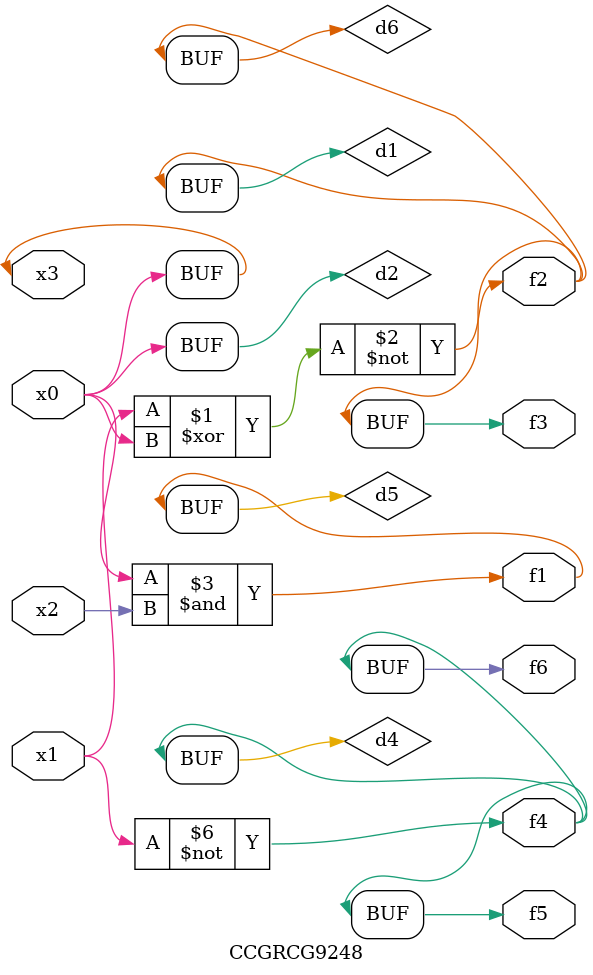
<source format=v>
module CCGRCG9248(
	input x0, x1, x2, x3,
	output f1, f2, f3, f4, f5, f6
);

	wire d1, d2, d3, d4, d5, d6;

	xnor (d1, x1, x3);
	buf (d2, x0, x3);
	nand (d3, x0, x2);
	not (d4, x1);
	nand (d5, d3);
	or (d6, d1);
	assign f1 = d5;
	assign f2 = d6;
	assign f3 = d6;
	assign f4 = d4;
	assign f5 = d4;
	assign f6 = d4;
endmodule

</source>
